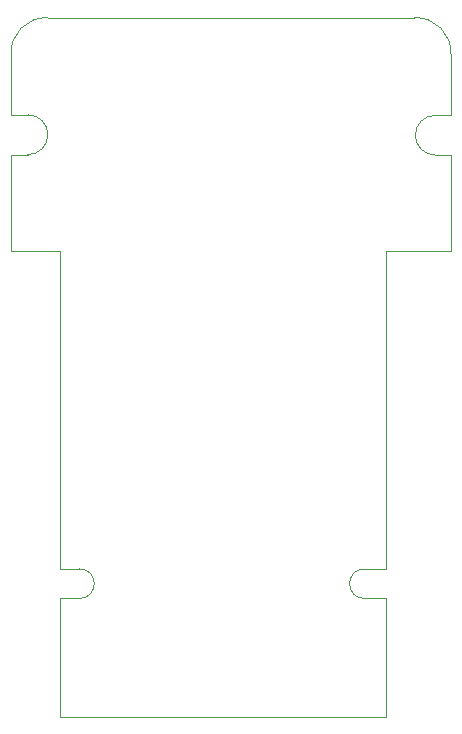
<source format=gbr>
%TF.GenerationSoftware,KiCad,Pcbnew,(6.0.2)*%
%TF.CreationDate,2022-10-02T17:57:44-05:00*%
%TF.ProjectId,MCN003R3,4d434e30-3033-4523-932e-6b696361645f,rev?*%
%TF.SameCoordinates,Original*%
%TF.FileFunction,Profile,NP*%
%FSLAX46Y46*%
G04 Gerber Fmt 4.6, Leading zero omitted, Abs format (unit mm)*
G04 Created by KiCad (PCBNEW (6.0.2)) date 2022-10-02 17:57:44*
%MOMM*%
%LPD*%
G01*
G04 APERTURE LIST*
%TA.AperFunction,Profile*%
%ADD10C,0.002000*%
%TD*%
G04 APERTURE END LIST*
D10*
X165985800Y-90371750D02*
X160485800Y-90371750D01*
X165985800Y-73728000D02*
G75*
G03*
X162895708Y-70621750I-2971137J134452D01*
G01*
X131830493Y-70621750D02*
G75*
G03*
X128735800Y-73724022I-123500J-2971504D01*
G01*
X132885800Y-119791750D02*
X132885800Y-129791750D01*
X158640000Y-117291750D02*
G75*
G03*
X158640000Y-119791750I12000J-1250000D01*
G01*
X128735800Y-78846000D02*
X128735800Y-73724022D01*
X134537000Y-119791750D02*
G75*
G03*
X134537000Y-117291750I-3272J1250000D01*
G01*
X164671000Y-78886000D02*
G75*
G03*
X164671000Y-82257000I-19122J-1685500D01*
G01*
X130154000Y-78846000D02*
X128735800Y-78846000D01*
X131830493Y-70621750D02*
X162895708Y-70621750D01*
X160485800Y-90371750D02*
X160485800Y-117291750D01*
X134537000Y-119791750D02*
X132885800Y-119791750D01*
X132885800Y-90371750D02*
X128735800Y-90371750D01*
X134537000Y-117291750D02*
X132885800Y-117291750D01*
X132885800Y-90371750D02*
X132885800Y-117291750D01*
X160485800Y-129791750D02*
X132885800Y-129791750D01*
X160485800Y-117291750D02*
X158640000Y-117291750D01*
X128735800Y-82217000D02*
X130154000Y-82217000D01*
X128735800Y-90371750D02*
X128735800Y-82217000D01*
X160485800Y-119791750D02*
X160485800Y-129791750D01*
X165985800Y-78886000D02*
X164671000Y-78886000D01*
X165985800Y-73728000D02*
X165985800Y-78886000D01*
X164671000Y-82257000D02*
X165985800Y-82257000D01*
X160485800Y-119791750D02*
X158640000Y-119791750D01*
X165985800Y-82257000D02*
X165985800Y-90371750D01*
X130154000Y-82217000D02*
G75*
G03*
X130154000Y-78846000I22064J1685500D01*
G01*
M02*

</source>
